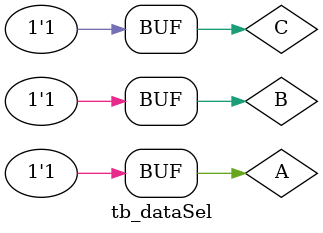
<source format=v>
`timescale 1ns / 1ps


module tb_dataSel(

    );
    reg A;
    reg B;
    reg C;
    
    wire Y;
    dataSel UUT (Y,A,B,C);
    
    initial begin
        A=0; B=0; C=0; #100;
        A=0; B=0; C=1; #100;
        A=0; B=1; C=0; #100;
        A=0; B=1; C=1; #100;
        A=1; B=1; C=0; #100;
        A=1; B=1; C=1; #100;
    end
    

endmodule

</source>
